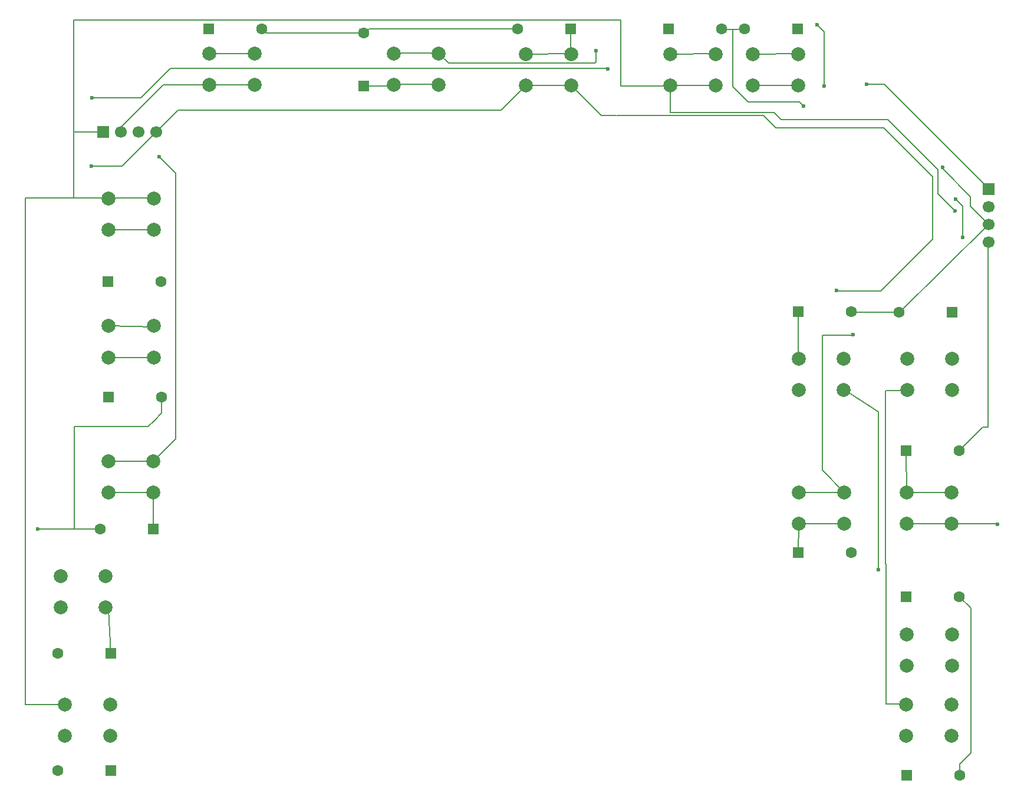
<source format=gbl>
%TF.GenerationSoftware,KiCad,Pcbnew,9.0.4*%
%TF.CreationDate,2025-08-28T03:03:01-06:00*%
%TF.ProjectId,ARC-210-Master-Board_V2.0,4152432d-3231-4302-9d4d-61737465722d,rev?*%
%TF.SameCoordinates,Original*%
%TF.FileFunction,Copper,L2,Bot*%
%TF.FilePolarity,Positive*%
%FSLAX46Y46*%
G04 Gerber Fmt 4.6, Leading zero omitted, Abs format (unit mm)*
G04 Created by KiCad (PCBNEW 9.0.4) date 2025-08-28 03:03:01*
%MOMM*%
%LPD*%
G01*
G04 APERTURE LIST*
G04 Aperture macros list*
%AMRoundRect*
0 Rectangle with rounded corners*
0 $1 Rounding radius*
0 $2 $3 $4 $5 $6 $7 $8 $9 X,Y pos of 4 corners*
0 Add a 4 corners polygon primitive as box body*
4,1,4,$2,$3,$4,$5,$6,$7,$8,$9,$2,$3,0*
0 Add four circle primitives for the rounded corners*
1,1,$1+$1,$2,$3*
1,1,$1+$1,$4,$5*
1,1,$1+$1,$6,$7*
1,1,$1+$1,$8,$9*
0 Add four rect primitives between the rounded corners*
20,1,$1+$1,$2,$3,$4,$5,0*
20,1,$1+$1,$4,$5,$6,$7,0*
20,1,$1+$1,$6,$7,$8,$9,0*
20,1,$1+$1,$8,$9,$2,$3,0*%
G04 Aperture macros list end*
%TA.AperFunction,Conductor*%
%ADD10C,0.200000*%
%TD*%
%TA.AperFunction,ComponentPad*%
%ADD11C,2.000000*%
%TD*%
%TA.AperFunction,ComponentPad*%
%ADD12RoundRect,0.250000X-0.550000X-0.550000X0.550000X-0.550000X0.550000X0.550000X-0.550000X0.550000X0*%
%TD*%
%TA.AperFunction,ComponentPad*%
%ADD13C,1.600000*%
%TD*%
%TA.AperFunction,ComponentPad*%
%ADD14R,1.700000X1.700000*%
%TD*%
%TA.AperFunction,ComponentPad*%
%ADD15C,1.700000*%
%TD*%
%TA.AperFunction,ComponentPad*%
%ADD16RoundRect,0.250000X0.550000X0.550000X-0.550000X0.550000X-0.550000X-0.550000X0.550000X-0.550000X0*%
%TD*%
%TA.AperFunction,ComponentPad*%
%ADD17RoundRect,0.250000X0.550000X-0.550000X0.550000X0.550000X-0.550000X0.550000X-0.550000X-0.550000X0*%
%TD*%
%TA.AperFunction,ViaPad*%
%ADD18C,0.600000*%
%TD*%
G04 APERTURE END LIST*
D10*
%TO.N,Net-(D3-K)*%
X94210000Y-98200000D02*
X87790000Y-98200000D01*
%TO.N,Net-(J2-Pin_1)*%
X84880000Y-46340000D02*
X86990000Y-46340000D01*
%TO.N,Net-(D8-K)*%
X154150000Y-35100000D02*
X147670000Y-35190000D01*
%TO.N,Net-(J2-Pin_1)*%
X194725000Y-75550000D02*
X190250000Y-75550000D01*
%TO.N,Net-(J2-Pin_3)*%
X94190000Y-93690000D02*
X87810000Y-93690000D01*
%TO.N,Net-(J2-Pin_1)*%
X161290000Y-39800000D02*
X161290000Y-30309474D01*
%TO.N,Net-(D13-K)*%
X193390000Y-102650000D02*
X186860000Y-102650000D01*
%TO.N,Net-(J2-Pin_2)*%
X209825000Y-56475000D02*
X209400000Y-56050000D01*
%TO.N,Net-(D9-K)*%
X174970000Y-35150000D02*
X168440000Y-35170000D01*
%TO.N,Net-(D7-K)*%
X129190000Y-39545000D02*
X135540000Y-39520000D01*
%TO.N,Net-(J2-Pin_1)*%
X81510000Y-128660000D02*
X75790000Y-128680000D01*
X161290000Y-30309474D02*
X82760000Y-30260000D01*
%TO.N,Net-(D2-K)*%
X88120000Y-121340000D02*
X87740000Y-115000000D01*
%TO.N,Net-(J2-Pin_1)*%
X82760000Y-30260000D02*
X82760000Y-55840000D01*
%TO.N,Net-(D10-A)*%
X201370000Y-72260000D02*
X214120000Y-59700000D01*
%TO.N,Net-(J2-Pin_4)*%
X199380000Y-108460000D02*
X199400000Y-121090000D01*
%TO.N,Net-(D10-A)*%
X177410000Y-31610000D02*
X175670000Y-31610000D01*
%TO.N,Net-(D3-K)*%
X94180000Y-103420000D02*
X94180000Y-98199914D01*
%TO.N,Net-(J2-Pin_1)*%
X75790000Y-128680000D02*
X75770000Y-55870000D01*
%TO.N,Net-(D13-A)*%
X214075000Y-88800000D02*
X214075000Y-62145310D01*
%TO.N,Net-(J2-Pin_1)*%
X174960000Y-39650000D02*
X168400000Y-39680000D01*
%TO.N,Net-(J2-Pin_4)*%
X154110000Y-39660000D02*
X147470000Y-39660000D01*
%TO.N,Net-(D7-K)*%
X124380000Y-39770000D02*
X128740000Y-39770000D01*
%TO.N,Net-(J2-Pin_4)*%
X87770000Y-74270000D02*
X94300000Y-74360000D01*
%TO.N,Net-(J2-Pin_1)*%
X193388006Y-98150009D02*
X186990000Y-98150009D01*
X168460000Y-39750000D02*
X168460000Y-43587380D01*
X86990000Y-46340000D02*
X82770000Y-46340000D01*
%TO.N,Net-(D5-K)*%
X94260000Y-60420000D02*
X87790000Y-60420000D01*
%TO.N,Net-(J2-Pin_4)*%
X158537500Y-44000000D02*
X154110000Y-39572500D01*
X199380000Y-121090524D02*
X199380000Y-123890017D01*
X160662500Y-44000000D02*
X158537500Y-44000000D01*
%TO.N,Net-(D13-K)*%
X186810000Y-106920000D02*
X186860000Y-102650000D01*
%TO.N,Net-(D10-A)*%
X179130000Y-31530000D02*
X177410000Y-31610000D01*
%TO.N,Net-(D14-K)*%
X202260000Y-92160000D02*
X202350000Y-98200000D01*
%TO.N,Net-(J2-Pin_3)*%
X198340000Y-86600000D02*
X194040000Y-83780000D01*
%TO.N,Net-(J2-Pin_4)*%
X199370000Y-108430000D02*
X199370000Y-105350000D01*
X199380000Y-123880000D02*
X199380000Y-128590000D01*
%TO.N,Net-(D14-K)*%
X209040000Y-98180000D02*
X202490000Y-98210000D01*
%TO.N,Net-(D1-A)*%
X159004000Y-37211000D02*
X159512000Y-37338000D01*
%TO.N,Net-(D4-K)*%
X94270000Y-78770000D02*
X87820000Y-78770000D01*
%TO.N,Net-(D11-K)*%
X186790000Y-72240000D02*
X186790000Y-79160585D01*
%TO.N,Net-(J2-Pin_4)*%
X199380000Y-128590000D02*
X201610000Y-128590000D01*
%TO.N,Net-(J2-Pin_1)*%
X183300000Y-43579896D02*
X168460000Y-43587380D01*
%TO.N,Net-(J2-Pin_4)*%
X199370000Y-105350000D02*
X199370000Y-83510000D01*
%TO.N,Net-(J2-Pin_1)*%
X168460000Y-39750000D02*
X161289826Y-39750000D01*
X94300000Y-55870000D02*
X87770000Y-55830000D01*
%TO.N,Net-(J2-Pin_4)*%
X202490000Y-83510000D02*
X199380000Y-83510000D01*
%TO.N,Net-(J2-Pin_2)*%
X209090000Y-102710000D02*
X202770000Y-102680000D01*
%TO.N,Net-(J2-Pin_1)*%
X75770000Y-55870000D02*
X88180000Y-55870000D01*
%TO.N,Net-(D6-K)*%
X102250000Y-35120000D02*
X108840000Y-35120000D01*
%TO.N,Net-(J2-Pin_1)*%
X190250000Y-75550000D02*
X190250000Y-94975000D01*
%TO.N,Net-(D10-K)*%
X186850000Y-35150000D02*
X180310000Y-35160000D01*
%TO.N,Net-(J2-Pin_3)*%
X128680000Y-35045000D02*
X135270000Y-35045000D01*
%TO.N,Net-(J2-Pin_2)*%
X186790000Y-39650000D02*
X180290000Y-39670000D01*
%TD*%
D11*
%TO.P,SW10,1,1*%
%TO.N,Net-(D10-K)*%
X180310000Y-35160000D03*
X186810000Y-35160000D03*
%TO.P,SW10,2,2*%
%TO.N,Net-(J2-Pin_2)*%
X180310000Y-39660000D03*
X186810000Y-39660000D03*
%TD*%
%TO.P,SW14,1,1*%
%TO.N,Net-(D14-K)*%
X202350000Y-98200000D03*
X208850000Y-98200000D03*
%TO.P,SW14,2,2*%
%TO.N,Net-(J2-Pin_2)*%
X202350000Y-102700000D03*
X208850000Y-102700000D03*
%TD*%
%TO.P,SW1,1,1*%
%TO.N,Net-(D1-K)*%
X87980000Y-133190000D03*
X81480000Y-133190000D03*
%TO.P,SW1,2,2*%
%TO.N,Net-(J2-Pin_1)*%
X87980000Y-128690000D03*
X81480000Y-128690000D03*
%TD*%
%TO.P,SW2,1,1*%
%TO.N,Net-(D2-K)*%
X87350000Y-114680000D03*
X80850000Y-114680000D03*
%TO.P,SW2,2,2*%
%TO.N,Net-(J2-Pin_2)*%
X87350000Y-110180000D03*
X80850000Y-110180000D03*
%TD*%
%TO.P,SW7,1,1*%
%TO.N,Net-(D7-K)*%
X135200000Y-39590000D03*
X128700000Y-39590000D03*
%TO.P,SW7,2,2*%
%TO.N,Net-(J2-Pin_3)*%
X135200000Y-35090000D03*
X128700000Y-35090000D03*
%TD*%
%TO.P,SW3,1,1*%
%TO.N,Net-(D3-K)*%
X94210000Y-98200000D03*
X87710000Y-98200000D03*
%TO.P,SW3,2,2*%
%TO.N,Net-(J2-Pin_3)*%
X94210000Y-93700000D03*
X87710000Y-93700000D03*
%TD*%
%TO.P,SW11,1,1*%
%TO.N,Net-(D11-K)*%
X186865000Y-78980000D03*
X193365000Y-78980000D03*
%TO.P,SW11,2,2*%
%TO.N,Net-(J2-Pin_3)*%
X186865000Y-83480000D03*
X193365000Y-83480000D03*
%TD*%
%TO.P,SW8,1,1*%
%TO.N,Net-(D8-K)*%
X147670000Y-35190000D03*
X154170000Y-35190000D03*
%TO.P,SW8,2,2*%
%TO.N,Net-(J2-Pin_4)*%
X147670000Y-39690000D03*
X154170000Y-39690000D03*
%TD*%
%TO.P,SW16,1,1*%
%TO.N,Net-(D16-K)*%
X208830000Y-133150000D03*
X202330000Y-133150000D03*
%TO.P,SW16,2,2*%
%TO.N,Net-(J2-Pin_4)*%
X208830000Y-128650000D03*
X202330000Y-128650000D03*
%TD*%
%TO.P,SW5,1,1*%
%TO.N,Net-(D5-K)*%
X94260000Y-60420000D03*
X87760000Y-60420000D03*
%TO.P,SW5,2,2*%
%TO.N,Net-(J2-Pin_1)*%
X94260000Y-55920000D03*
X87760000Y-55920000D03*
%TD*%
%TO.P,SW9,1,1*%
%TO.N,Net-(D9-K)*%
X168440000Y-35170000D03*
X174940000Y-35170000D03*
%TO.P,SW9,2,2*%
%TO.N,Net-(J2-Pin_1)*%
X168440000Y-39670000D03*
X174940000Y-39670000D03*
%TD*%
%TO.P,SW12,1,1*%
%TO.N,Net-(D12-K)*%
X202440000Y-78980000D03*
X208940000Y-78980000D03*
%TO.P,SW12,2,2*%
%TO.N,Net-(J2-Pin_4)*%
X202440000Y-83480000D03*
X208940000Y-83480000D03*
%TD*%
%TO.P,SW6,1,1*%
%TO.N,Net-(D6-K)*%
X102250000Y-35120000D03*
X108750000Y-35120000D03*
%TO.P,SW6,2,2*%
%TO.N,Net-(J2-Pin_2)*%
X102250000Y-39620000D03*
X108750000Y-39620000D03*
%TD*%
%TO.P,SW15,1,1*%
%TO.N,Net-(D15-K)*%
X202370000Y-118590000D03*
X208870000Y-118590000D03*
%TO.P,SW15,2,2*%
%TO.N,Net-(J2-Pin_3)*%
X202370000Y-123090000D03*
X208870000Y-123090000D03*
%TD*%
%TO.P,SW13,1,1*%
%TO.N,Net-(D13-K)*%
X193390000Y-102650000D03*
X186890000Y-102650000D03*
%TO.P,SW13,2,2*%
%TO.N,Net-(J2-Pin_1)*%
X193390000Y-98150000D03*
X186890000Y-98150000D03*
%TD*%
%TO.P,SW4,1,1*%
%TO.N,Net-(D4-K)*%
X94270000Y-78770000D03*
X87770000Y-78770000D03*
%TO.P,SW4,2,2*%
%TO.N,Net-(J2-Pin_4)*%
X94270000Y-74270000D03*
X87770000Y-74270000D03*
%TD*%
D12*
%TO.P,D11,1,K*%
%TO.N,Net-(D11-K)*%
X186790000Y-72240000D03*
D13*
%TO.P,D11,2,A*%
%TO.N,Net-(D10-A)*%
X194410000Y-72240000D03*
%TD*%
D12*
%TO.P,D16,1,K*%
%TO.N,Net-(D16-K)*%
X202350000Y-138850000D03*
D13*
%TO.P,D16,2,A*%
%TO.N,Net-(D13-A)*%
X209970000Y-138850000D03*
%TD*%
D12*
%TO.P,D9,1,K*%
%TO.N,Net-(D9-K)*%
X168140000Y-31570000D03*
D13*
%TO.P,D9,2,A*%
%TO.N,Net-(D10-A)*%
X175760000Y-31570000D03*
%TD*%
D14*
%TO.P,J2,1,Pin_1*%
%TO.N,Net-(J2-Pin_1)*%
X86990000Y-46340000D03*
D15*
%TO.P,J2,2,Pin_2*%
%TO.N,Net-(J2-Pin_2)*%
X89530000Y-46340000D03*
%TO.P,J2,3,Pin_3*%
%TO.N,Net-(J2-Pin_3)*%
X92070000Y-46340000D03*
%TO.P,J2,4,Pin_4*%
%TO.N,Net-(J2-Pin_4)*%
X94610000Y-46340000D03*
%TD*%
D12*
%TO.P,D15,1,K*%
%TO.N,Net-(D15-K)*%
X202300000Y-113160000D03*
D13*
%TO.P,D15,2,A*%
%TO.N,Net-(D13-A)*%
X209920000Y-113160000D03*
%TD*%
D16*
%TO.P,D3,1,K*%
%TO.N,Net-(D3-K)*%
X94180000Y-103420000D03*
D13*
%TO.P,D3,2,A*%
%TO.N,Net-(D1-A)*%
X86560000Y-103420000D03*
%TD*%
D14*
%TO.P,J1,1,Pin_1*%
%TO.N,Net-(D1-A)*%
X214150000Y-54570000D03*
D15*
%TO.P,J1,2,Pin_2*%
%TO.N,Net-(D5-A)*%
X214150000Y-57110000D03*
%TO.P,J1,3,Pin_3*%
%TO.N,Net-(D10-A)*%
X214150000Y-59650000D03*
%TO.P,J1,4,Pin_4*%
%TO.N,Net-(D13-A)*%
X214150000Y-62190000D03*
%TD*%
D16*
%TO.P,D10,1,K*%
%TO.N,Net-(D10-K)*%
X186750000Y-31560000D03*
D13*
%TO.P,D10,2,A*%
%TO.N,Net-(D10-A)*%
X179130000Y-31560000D03*
%TD*%
D12*
%TO.P,D4,1,K*%
%TO.N,Net-(D4-K)*%
X87730000Y-84470000D03*
D13*
%TO.P,D4,2,A*%
%TO.N,Net-(D1-A)*%
X95350000Y-84470000D03*
%TD*%
D16*
%TO.P,D1,1,K*%
%TO.N,Net-(D1-K)*%
X88120000Y-138170000D03*
D13*
%TO.P,D1,2,A*%
%TO.N,Net-(D1-A)*%
X80500000Y-138170000D03*
%TD*%
D12*
%TO.P,D6,1,K*%
%TO.N,Net-(D6-K)*%
X102180000Y-31590000D03*
D13*
%TO.P,D6,2,A*%
%TO.N,Net-(D5-A)*%
X109800000Y-31590000D03*
%TD*%
D12*
%TO.P,D5,1,K*%
%TO.N,Net-(D5-K)*%
X87700000Y-67880000D03*
D13*
%TO.P,D5,2,A*%
%TO.N,Net-(D5-A)*%
X95320000Y-67880000D03*
%TD*%
D17*
%TO.P,D7,1,K*%
%TO.N,Net-(D7-K)*%
X124380000Y-39770000D03*
D13*
%TO.P,D7,2,A*%
%TO.N,Net-(D5-A)*%
X124380000Y-32150000D03*
%TD*%
D12*
%TO.P,D13,1,K*%
%TO.N,Net-(D13-K)*%
X186790000Y-106820000D03*
D13*
%TO.P,D13,2,A*%
%TO.N,Net-(D13-A)*%
X194410000Y-106820000D03*
%TD*%
D16*
%TO.P,D12,1,K*%
%TO.N,Net-(D12-K)*%
X208890000Y-72260000D03*
D13*
%TO.P,D12,2,A*%
%TO.N,Net-(D10-A)*%
X201270000Y-72260000D03*
%TD*%
D16*
%TO.P,D2,1,K*%
%TO.N,Net-(D2-K)*%
X88120000Y-121340000D03*
D13*
%TO.P,D2,2,A*%
%TO.N,Net-(D1-A)*%
X80500000Y-121340000D03*
%TD*%
D12*
%TO.P,D14,1,K*%
%TO.N,Net-(D14-K)*%
X202300000Y-92150000D03*
D13*
%TO.P,D14,2,A*%
%TO.N,Net-(D13-A)*%
X209920000Y-92150000D03*
%TD*%
D16*
%TO.P,D8,1,K*%
%TO.N,Net-(D8-K)*%
X154160000Y-31560000D03*
D13*
%TO.P,D8,2,A*%
%TO.N,Net-(D5-A)*%
X146540000Y-31560000D03*
%TD*%
D18*
%TO.N,Net-(D1-A)*%
X85412500Y-41437500D03*
X159450000Y-37338000D03*
X77610000Y-103420000D03*
X196596000Y-39497000D03*
%TO.N,Net-(D10-A)*%
X207518000Y-51435000D03*
X187579000Y-42672000D03*
%TO.N,Net-(J2-Pin_4)*%
X85250000Y-51290000D03*
X192325000Y-69175000D03*
%TO.N,Net-(J2-Pin_2)*%
X215450000Y-102760000D03*
X210400000Y-61550000D03*
X209375000Y-56025000D03*
%TO.N,Net-(J2-Pin_3)*%
X95030000Y-49890000D03*
X198340000Y-109300000D03*
X190500000Y-39751000D03*
X189484000Y-30988000D03*
X157734000Y-34671000D03*
%TO.N,Net-(J2-Pin_1)*%
X209350000Y-57725000D03*
X194700000Y-75525000D03*
%TD*%
D10*
%TO.N,Net-(D1-A)*%
X95350000Y-84470000D02*
X95350000Y-86800000D01*
X214150000Y-54570000D02*
X214150000Y-54511000D01*
X82850000Y-88700000D02*
X82850000Y-103380000D01*
X93450000Y-88700000D02*
X82850000Y-88700000D01*
X196596000Y-39497000D02*
X199136000Y-39497000D01*
X94310000Y-87840000D02*
X93450000Y-88700000D01*
X96614000Y-37211000D02*
X92400000Y-41425000D01*
X95350000Y-86800000D02*
X94310000Y-87840000D01*
X85425000Y-41425000D02*
X85412500Y-41437500D01*
X82819259Y-103420000D02*
X77610000Y-103420000D01*
X92400000Y-41425000D02*
X85425000Y-41425000D01*
X214150000Y-54511000D02*
X199136000Y-39497000D01*
X159031000Y-37211000D02*
X96614000Y-37211000D01*
X82890000Y-103420000D02*
X82850000Y-103380000D01*
X86560000Y-103420000D02*
X82890000Y-103420000D01*
X85412500Y-41437500D02*
X85530000Y-41320000D01*
%TO.N,Net-(D5-A)*%
X123820000Y-31590000D02*
X124380000Y-32150000D01*
X124380000Y-32150000D02*
X124568000Y-32150000D01*
X125158000Y-31560000D02*
X146540000Y-31560000D01*
X110360000Y-32150000D02*
X109800000Y-31590000D01*
X124380000Y-32150000D02*
X110360000Y-32150000D01*
X124568000Y-32150000D02*
X125158000Y-31560000D01*
%TO.N,Net-(D8-K)*%
X154160000Y-31560000D02*
X154160000Y-35180000D01*
X154160000Y-35180000D02*
X154170000Y-35190000D01*
%TO.N,Net-(D10-A)*%
X211525000Y-57025000D02*
X214150000Y-59650000D01*
X186944000Y-42037000D02*
X187579000Y-42672000D01*
X179578000Y-42037000D02*
X186944000Y-42037000D01*
X211525000Y-55650000D02*
X207518000Y-51643000D01*
X177410000Y-31610000D02*
X177410000Y-39869000D01*
X201270000Y-72260000D02*
X194430000Y-72260000D01*
X177410000Y-39869000D02*
X179578000Y-42037000D01*
X211525000Y-55650000D02*
X211525000Y-57025000D01*
X207518000Y-51643000D02*
X207518000Y-51435000D01*
X194430000Y-72260000D02*
X194410000Y-72240000D01*
%TO.N,Net-(D12-K)*%
X208890000Y-78930000D02*
X208940000Y-78980000D01*
%TO.N,Net-(D13-A)*%
X209970000Y-138850000D02*
X209970000Y-137200000D01*
X211575000Y-114815000D02*
X211575000Y-135595000D01*
X209920000Y-113160000D02*
X211575000Y-114815000D01*
X209970000Y-137200000D02*
X211575000Y-135595000D01*
X214075000Y-88800000D02*
X213270000Y-88800000D01*
X213270000Y-88800000D02*
X209920000Y-92150000D01*
%TO.N,Net-(J2-Pin_4)*%
X160725000Y-44000000D02*
X181844623Y-44000000D01*
X206121000Y-52771000D02*
X206121000Y-61779000D01*
X199125000Y-45775000D02*
X206121000Y-52771000D01*
X181844623Y-44000000D02*
X183619623Y-45775000D01*
X147670000Y-39690000D02*
X144140000Y-43220000D01*
X97730000Y-43220000D02*
X94610000Y-46340000D01*
X94610000Y-46340000D02*
X89660000Y-51290000D01*
X198700000Y-69200000D02*
X192350000Y-69200000D01*
X183619623Y-45775000D02*
X199125000Y-45775000D01*
X192350000Y-69200000D02*
X192325000Y-69175000D01*
X206121000Y-61779000D02*
X198700000Y-69200000D01*
X89660000Y-51290000D02*
X85250000Y-51290000D01*
X144140000Y-43220000D02*
X97730000Y-43220000D01*
%TO.N,Net-(J2-Pin_2)*%
X215390000Y-102700000D02*
X215450000Y-102760000D01*
X208850000Y-102700000D02*
X215390000Y-102700000D01*
X89530000Y-45725000D02*
X89530000Y-46340000D01*
X210400000Y-57050000D02*
X209799971Y-56449971D01*
X95635000Y-39620000D02*
X89530000Y-45725000D01*
X108750000Y-39620000D02*
X102250000Y-39620000D01*
X210400000Y-61550000D02*
X210400000Y-57050000D01*
X208850000Y-102700000D02*
X208890000Y-102740000D01*
X102250000Y-39620000D02*
X95635000Y-39620000D01*
%TO.N,Net-(J2-Pin_3)*%
X190500000Y-32004000D02*
X189484000Y-30988000D01*
X97420000Y-52280000D02*
X95030000Y-49890000D01*
X94210000Y-93700000D02*
X97420000Y-90490000D01*
X157734000Y-34671000D02*
X157734000Y-36336000D01*
X198340000Y-86600000D02*
X198340000Y-109300000D01*
X157579000Y-36491000D02*
X136601000Y-36491000D01*
X190500000Y-39751000D02*
X190500000Y-32004000D01*
X97420000Y-90490000D02*
X97420000Y-88720000D01*
X136601000Y-36491000D02*
X135200000Y-35090000D01*
X157734000Y-36336000D02*
X157579000Y-36491000D01*
X97420000Y-88720000D02*
X97420000Y-52280000D01*
%TO.N,Net-(J2-Pin_1)*%
X190250000Y-94975000D02*
X193440000Y-98165000D01*
X206883000Y-51842000D02*
X206900000Y-51825000D01*
X206883000Y-55258000D02*
X206883000Y-51842000D01*
X206900000Y-51825000D02*
X199675000Y-44600000D01*
X199674000Y-44601000D02*
X184321104Y-44601000D01*
X199675000Y-44600000D02*
X199674000Y-44601000D01*
X209350000Y-57725000D02*
X206883000Y-55258000D01*
X184321104Y-44601000D02*
X183300000Y-43579896D01*
%TD*%
M02*

</source>
